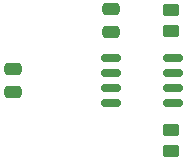
<source format=gbr>
%TF.GenerationSoftware,KiCad,Pcbnew,7.0.10*%
%TF.CreationDate,2024-01-17T19:33:20+01:00*%
%TF.ProjectId,RFM9xW_868,52464d39-7857-45f3-9836-382e6b696361,rev?*%
%TF.SameCoordinates,Original*%
%TF.FileFunction,Paste,Bot*%
%TF.FilePolarity,Positive*%
%FSLAX46Y46*%
G04 Gerber Fmt 4.6, Leading zero omitted, Abs format (unit mm)*
G04 Created by KiCad (PCBNEW 7.0.10) date 2024-01-17 19:33:20*
%MOMM*%
%LPD*%
G01*
G04 APERTURE LIST*
G04 Aperture macros list*
%AMRoundRect*
0 Rectangle with rounded corners*
0 $1 Rounding radius*
0 $2 $3 $4 $5 $6 $7 $8 $9 X,Y pos of 4 corners*
0 Add a 4 corners polygon primitive as box body*
4,1,4,$2,$3,$4,$5,$6,$7,$8,$9,$2,$3,0*
0 Add four circle primitives for the rounded corners*
1,1,$1+$1,$2,$3*
1,1,$1+$1,$4,$5*
1,1,$1+$1,$6,$7*
1,1,$1+$1,$8,$9*
0 Add four rect primitives between the rounded corners*
20,1,$1+$1,$2,$3,$4,$5,0*
20,1,$1+$1,$4,$5,$6,$7,0*
20,1,$1+$1,$6,$7,$8,$9,0*
20,1,$1+$1,$8,$9,$2,$3,0*%
G04 Aperture macros list end*
%ADD10RoundRect,0.250000X0.475000X-0.250000X0.475000X0.250000X-0.475000X0.250000X-0.475000X-0.250000X0*%
%ADD11RoundRect,0.250000X-0.450000X0.262500X-0.450000X-0.262500X0.450000X-0.262500X0.450000X0.262500X0*%
%ADD12RoundRect,0.150000X0.675000X0.150000X-0.675000X0.150000X-0.675000X-0.150000X0.675000X-0.150000X0*%
G04 APERTURE END LIST*
D10*
%TO.C,C1*%
X130175000Y-50480000D03*
X130175000Y-48580000D03*
%TD*%
D11*
%TO.C,R2*%
X143510000Y-53697500D03*
X143510000Y-55522500D03*
%TD*%
%TO.C,R1*%
X143510000Y-43537500D03*
X143510000Y-45362500D03*
%TD*%
D10*
%TO.C,C2*%
X138430000Y-45400000D03*
X138430000Y-43500000D03*
%TD*%
D12*
%TO.C,U2*%
X143680000Y-47625000D03*
X143680000Y-48895000D03*
X143680000Y-50165000D03*
X143680000Y-51435000D03*
X138430000Y-51435000D03*
X138430000Y-50165000D03*
X138430000Y-48895000D03*
X138430000Y-47625000D03*
%TD*%
M02*

</source>
